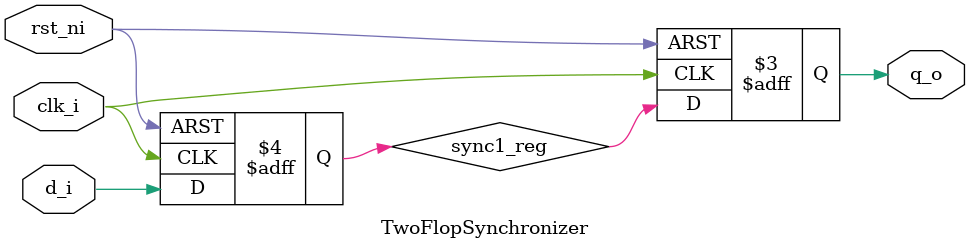
<source format=sv>

`ifndef TWO_FLOP_SYNCHRONIZER_SV
`define TWO_FLOP_SYNCHRONIZER_SV

`default_nettype none  // Zakazuje implicitné deklarácie - zvyšuje robustnosť

module TwoFlopSynchronizer #(
    parameter int WIDTH = 1 // Počet bitov synchronizovaného signálu
)(
    input  logic             clk_i,     // Hodinový signál cieľovej domény
    input  logic             rst_ni,    // Asynchrónny reset aktívny v L (negatívna logika)
    input  logic [WIDTH-1:0] d_i,       // Vstupný signál z inej (asynchrónnej) domény
    output logic [WIDTH-1:0] q_o        // Výstupný, synchronizovaný signál
);

    // === Prvý stupeň synchronizácie ===
    // Tento FF zachytáva asynchrónny vstup. Označený pre Quartus ako CDC synchronizátor.
    // Atribút `SYNCHRONIZER_IDENTIFICATION` zabezpečí automatické rozpoznanie nástrojom.
    (* altera_attribute = "-name SYNCHRONIZER_IDENTIFICATION FORCED_IF_ASYNCHRONOUS" *)
    logic [WIDTH-1:0] sync1_reg;

    // === Sekvenčná logika ===
    // Vykonáva dvojstupňovú synchronizáciu v cieľovej hodinovej doméne.
    always_ff @(posedge clk_i or negedge rst_ni) begin
        if (!rst_ni) begin
            // Inicializácia počas resetu - zabraňuje neznámym stavom
            sync1_reg <= 'd0;
            q_o       <= 'd0;
        end else begin
            // Prvý FF zachytí asynchrónny signál
            sync1_reg <= d_i;
            // Druhý FF produkuje synchronizovaný výstup
            q_o       <= sync1_reg;
        end
    end

endmodule

`endif // TWO_FLOP_SYNCHRONIZER_SV

</source>
